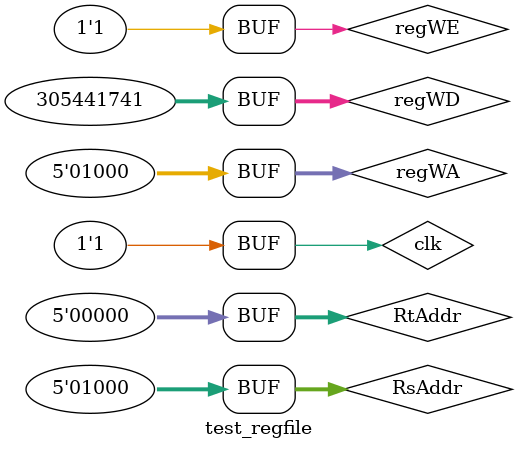
<source format=sv>
`timescale 1ns / 1ps


module test_regfile();
    reg clk;
    reg regWE;
    reg [4:0] regWA;
    reg [31:0] regWD;
    reg [4:0] RsAddr;
    reg [4:0] RtAddr;
    wire [31:0] RsData;
    wire [31:0] RtData;

    //instantiate
    REGFILE MUT(clk,regWE,regWA,regWD,RsAddr,RtAddr,RsData,RtData);

    //initialize
    initial begin
        clk = 0;
        regWE = 0;
        regWA = 0;
        regWD = 0;
        RsAddr = 0;
        RtAddr = 0;

        //wait 100ns
        #100;

        //add exitation signal
        regWE = 1;
        regWD = 32'h1234abcd;
    end

    //set clk
    parameter PERIOD = 20;
    always begin
        clk = 1'b0;
        #(PERIOD/2) clk = 1'b1;
        #(PERIOD/2);
    end

    //exitation signal
    always begin
        regWA = 8;
        RsAddr = 8;
        #PERIOD;
    end
endmodule

</source>
